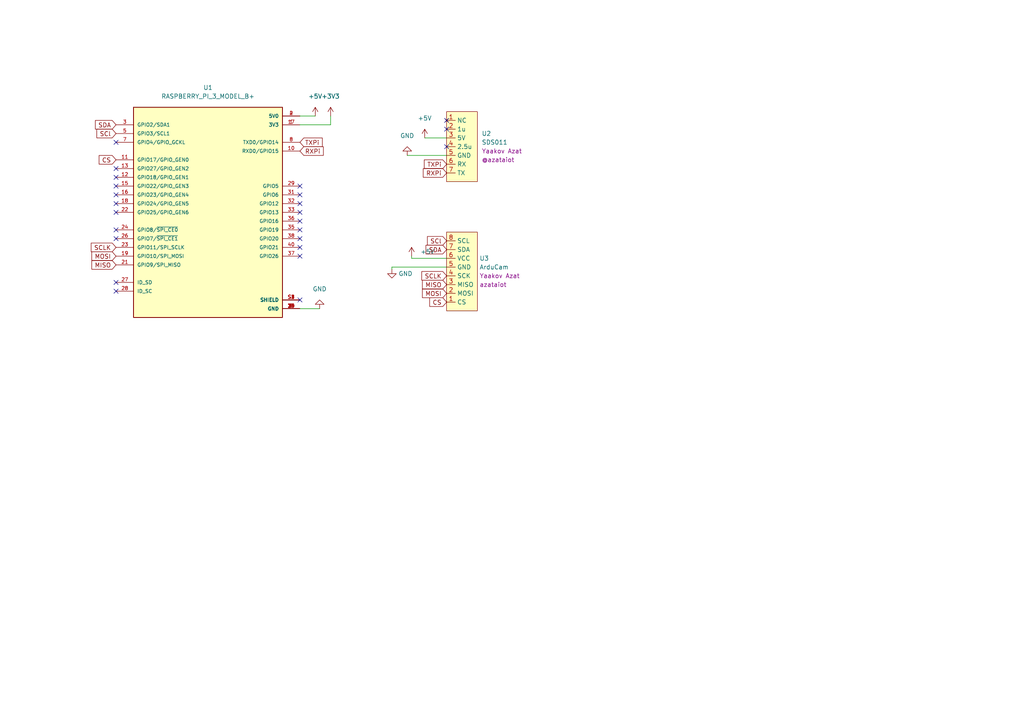
<source format=kicad_sch>
(kicad_sch (version 20211123) (generator eeschema)
  (paper "A4")
  (title_block (date "2022-03-03") (rev "v0.1"))
  (lib_symbols
    (symbol "RPi-SDS011-ArduCam:ArduCam"
      (property "Reference" "U" (at -1.27 12.7 0))
      (property "Value" "ArduCam" (at 5.08 12.7 0))
      (property "Author" "Yaakov Azat" (at 3.81 -12.7 0))
      (property "Github ID" "azataiot" (at 15.24 -12.7 0))
      (symbol "ArduCam_0_1"
        (rectangle (start 0 11.43) (end 8.89 -11.43) (fill (type background)))
      )
      (symbol "ArduCam_1_1"
        (pin bidirectional line (at 0 -8.89 0) (length 2.54) (name "CS") (number "1"))
        (pin bidirectional line (at 0 -6.35 0) (length 2.54) (name "MOSI") (number "2"))
        (pin bidirectional line (at 0 -3.81 0) (length 2.54) (name "MISO") (number "3"))
        (pin bidirectional line (at 0 -1.27 0) (length 2.54) (name "SCK") (number "4"))
        (pin power_in line (at 0 1.27 0) (length 2.54) (name "GND") (number "5"))
        (pin power_in line (at 0 3.81 0) (length 2.54) (name "VCC") (number "6"))
        (pin bidirectional line (at 0 6.35 0) (length 2.54) (name "SDA") (number "7"))
        (pin bidirectional line (at 0 8.89 0) (length 2.54) (name "SCL") (number "8"))
      )
    )
    (symbol "RPi-SDS011-ArduCam:RASPBERRY_PI_3_MODEL_B+" (pin_names (offset 1.016))
      (property "Reference" "U" (at -22.86 27.94 0))
      (property "Value" "RASPBERRY_PI_3_MODEL_B+" (at -22.86 -37.465 0))
      (symbol "RASPBERRY_PI_3_MODEL_B+_0_0"
        (rectangle (start -22.86 -35.56) (end 20.32 25.4) (stroke (width 0.254)) (fill (type background)))
        (pin power_in line (at 25.4 20.32 180) (length 5.08) (name "3V3") (number "1"))
        (pin bidirectional line (at 25.4 12.7 180) (length 5.08) (name "RXD0/GPIO15") (number "10"))
        (pin bidirectional line (at -27.94 10.16 0) (length 5.08) (name "GPIO17/GPIO_GEN0") (number "11"))
        (pin bidirectional line (at -27.94 5.08 0) (length 5.08) (name "GPIO18/GPIO_GEN1") (number "12"))
        (pin bidirectional line (at -27.94 7.62 0) (length 5.08) (name "GPIO27/GPIO_GEN2") (number "13"))
        (pin power_in line (at 25.4 -33.02 180) (length 5.08) (name "GND") (number "14"))
        (pin bidirectional line (at -27.94 2.54 0) (length 5.08) (name "GPIO22/GPIO_GEN3") (number "15"))
        (pin bidirectional line (at -27.94 0 0) (length 5.08) (name "GPIO23/GPIO_GEN4") (number "16"))
        (pin power_in line (at 25.4 20.32 180) (length 5.08) (name "3V3") (number "17"))
        (pin bidirectional line (at -27.94 -2.54 0) (length 5.08) (name "GPIO24/GPIO_GEN5") (number "18"))
        (pin bidirectional line (at -27.94 -17.78 0) (length 5.08) (name "GPIO10/SPI_MOSI") (number "19"))
        (pin power_in line (at 25.4 22.86 180) (length 5.08) (name "5V0") (number "2"))
        (pin power_in line (at 25.4 -33.02 180) (length 5.08) (name "GND") (number "20"))
        (pin bidirectional line (at -27.94 -20.32 0) (length 5.08) (name "GPIO9/SPI_MISO") (number "21"))
        (pin bidirectional line (at -27.94 -5.08 0) (length 5.08) (name "GPIO25/GPIO_GEN6") (number "22"))
        (pin bidirectional line (at -27.94 -15.24 0) (length 5.08) (name "GPIO11/SPI_SCLK") (number "23"))
        (pin bidirectional line (at -27.94 -10.16 0) (length 5.08) (name "GPIO8/~{SPI_CE0}") (number "24"))
        (pin power_in line (at 25.4 -33.02 180) (length 5.08) (name "GND") (number "25"))
        (pin bidirectional line (at -27.94 -12.7 0) (length 5.08) (name "GPIO7/~{SPI_CE1}") (number "26"))
        (pin bidirectional line (at -27.94 -25.4 0) (length 5.08) (name "ID_SD") (number "27"))
        (pin bidirectional line (at -27.94 -27.94 0) (length 5.08) (name "ID_SC") (number "28"))
        (pin bidirectional line (at 25.4 2.54 180) (length 5.08) (name "GPIO5") (number "29"))
        (pin bidirectional line (at -27.94 20.32 0) (length 5.08) (name "GPIO2/SDA1") (number "3"))
        (pin power_in line (at 25.4 -33.02 180) (length 5.08) (name "GND") (number "30"))
        (pin bidirectional line (at 25.4 0 180) (length 5.08) (name "GPIO6") (number "31"))
        (pin bidirectional line (at 25.4 -2.54 180) (length 5.08) (name "GPIO12") (number "32"))
        (pin bidirectional line (at 25.4 -5.08 180) (length 5.08) (name "GPIO13") (number "33"))
        (pin power_in line (at 25.4 -33.02 180) (length 5.08) (name "GND") (number "34"))
        (pin bidirectional line (at 25.4 -10.16 180) (length 5.08) (name "GPIO19") (number "35"))
        (pin bidirectional line (at 25.4 -7.62 180) (length 5.08) (name "GPIO16") (number "36"))
        (pin bidirectional line (at 25.4 -17.78 180) (length 5.08) (name "GPIO26") (number "37"))
        (pin bidirectional line (at 25.4 -12.7 180) (length 5.08) (name "GPIO20") (number "38"))
        (pin power_in line (at 25.4 -33.02 180) (length 5.08) (name "GND") (number "39"))
        (pin power_in line (at 25.4 22.86 180) (length 5.08) (name "5V0") (number "4"))
        (pin bidirectional line (at 25.4 -15.24 180) (length 5.08) (name "GPIO21") (number "40"))
        (pin bidirectional line (at -27.94 17.78 0) (length 5.08) (name "GPIO3/SCL1") (number "5"))
        (pin power_in line (at 25.4 -33.02 180) (length 5.08) (name "GND") (number "6"))
        (pin bidirectional line (at -27.94 15.24 0) (length 5.08) (name "GPIO4/GPIO_GCKL") (number "7"))
        (pin bidirectional line (at 25.4 15.24 180) (length 5.08) (name "TXD0/GPIO14") (number "8"))
        (pin power_in line (at 25.4 -33.02 180) (length 5.08) (name "GND") (number "9"))
        (pin power_in line (at 25.4 -30.48 180) (length 5.08) (name "SHIELD") (number "S1"))
        (pin power_in line (at 25.4 -30.48 180) (length 5.08) (name "SHIELD") (number "S2"))
        (pin power_in line (at 25.4 -30.48 180) (length 5.08) (name "SHIELD") (number "S3"))
        (pin power_in line (at 25.4 -30.48 180) (length 5.08) (name "SHIELD") (number "S4"))
      )
    )
    (symbol "RPi-SDS011-ArduCam:SDS011"
      (property "Reference" "U" (at 7.62 11.43 0))
      (property "Value" "SDS011" (at 2.54 11.43 0))
      (property "Datasheet" "https://cdn-reichelt.de/documents/datenblatt/X200/SDS011-DATASHEET.pdf" (at 3.81 -12.7 0))
      (property "Author" "Yaakov Azat" (at 15.24 -8.89 0))
      (property "Author GitHub ID" "@azataiot" (at 13.97 7.62 0))
      (symbol "SDS011_0_1"
        (rectangle (start 0 10.16) (end 8.89 -10.16) (fill (type background)))
      )
      (symbol "SDS011_1_1"
        (pin no_connect line (at 0 7.62 0) (length 2.54) (name "NC") (number "1"))
        (pin output line (at 0 5.08 0) (length 2.54) (name "1u") (number "2"))
        (pin power_in line (at 0 2.54 0) (length 2.54) (name "5V") (number "3"))
        (pin output line (at 0 0 0) (length 2.54) (name "2.5u") (number "4"))
        (pin power_in line (at 0 -2.54 0) (length 2.54) (name "GND") (number "5"))
        (pin input line (at 0 -5.08 0) (length 2.54) (name "RX") (number "6"))
        (pin output line (at 0 -7.62 0) (length 2.54) (name "TX") (number "7"))
      )
    )
    (symbol "power:+3V3" (power) (pin_names (offset 0))
      (property "Value" "+3V3" (at 0 3.556 0))
      (symbol "+3V3_0_1"
        (polyline (pts (xy -0.762 1.27) (xy 0 2.54)))
        (polyline (pts (xy 0 0) (xy 0 2.54)))
        (polyline (pts (xy 0 2.54) (xy 0.762 1.27)))
      )
      (symbol "+3V3_1_1"
        (pin power_in line (at 0 0 90) (length 0) hide (name "+3V3") (number "1"))
      )
    )
    (symbol "power:+5V" (power) (pin_names (offset 0))
      (property "Value" "+5V" (at 0 3.556 0))
      (symbol "+5V_0_1"
        (polyline (pts (xy -0.762 1.27) (xy 0 2.54)))
        (polyline (pts (xy 0 0) (xy 0 2.54)))
        (polyline (pts (xy 0 2.54) (xy 0.762 1.27)))
      )
      (symbol "+5V_1_1"
        (pin power_in line (at 0 0 90) (length 0) hide (name "+5V") (number "1"))
      )
    )
    (symbol "power:GND" (power) (pin_names (offset 0))
      (property "Value" "GND" (at 0 -3.81 0))
      (symbol "GND_0_1"
        (polyline (pts (xy 0 0) (xy 0 -1.27) (xy 1.27 -1.27) (xy 0 -2.54) (xy -1.27 -1.27) (xy 0 -1.27)))
      )
      (symbol "GND_1_1"
        (pin power_in line (at 0 0 270) (length 0) hide (name "GND") (number "1"))
      )
    )
  )
  (no_connect (at 129.54 34.925))
  (no_connect (at 129.54 37.465))
  (no_connect (at 129.54 42.545))
  (no_connect (at 86.995 86.995))
  (no_connect (at 86.995 74.295))
  (no_connect (at 86.995 71.755))
  (no_connect (at 86.995 69.215))
  (no_connect (at 86.995 66.675))
  (no_connect (at 86.995 64.135))
  (no_connect (at 86.995 61.595))
  (no_connect (at 86.995 59.055))
  (no_connect (at 86.995 56.515))
  (no_connect (at 86.995 53.975))
  (no_connect (at 33.655 41.275))
  (no_connect (at 33.655 48.895))
  (no_connect (at 33.655 51.435))
  (no_connect (at 33.655 53.975))
  (no_connect (at 33.655 56.515))
  (no_connect (at 33.655 59.055))
  (no_connect (at 33.655 61.595))
  (no_connect (at 33.655 66.675))
  (no_connect (at 33.655 69.215))
  (no_connect (at 33.655 81.915))
  (no_connect (at 33.655 84.455))
  (wire (pts (xy 129.54 74.93) (xy 119.38 74.93)))
  (wire (pts (xy 129.54 77.47) (xy 113.665 77.47)))
  (wire (pts (xy 119.38 74.93) (xy 119.38 74.295)))
  (wire (pts (xy 86.995 89.535) (xy 92.71 89.535)))
  (wire (pts (xy 95.885 36.195) (xy 95.885 33.655)))
  (wire (pts (xy 113.665 77.47) (xy 113.665 78.105)))
  (wire (pts (xy 118.11 45.085) (xy 129.54 45.085)))
  (wire (pts (xy 86.995 33.655) (xy 91.44 33.655)))
  (wire (pts (xy 86.995 36.195) (xy 95.885 36.195)))
  (wire (pts (xy 123.19 40.005) (xy 129.54 40.005)))
  (global_label "SCl" (shape input) (at 33.655 38.735 180) (property "Intersheet References" "${INTERSHEET_REFS}" (effects hide)))
  (global_label "SCl" (shape input) (at 129.54 69.85 180) (property "Intersheet References" "${INTERSHEET_REFS}" (effects hide)))
  (global_label "SDA" (shape input) (at 33.655 36.195 180) (property "Intersheet References" "${INTERSHEET_REFS}" (effects hide)))
  (global_label "MOSI" (shape input) (at 33.655 74.295 180) (property "Intersheet References" "${INTERSHEET_REFS}" (effects hide)))
  (global_label "SDA" (shape input) (at 129.54 72.39 180) (property "Intersheet References" "${INTERSHEET_REFS}" (effects hide)))
  (global_label "TXPi" (shape input) (at 129.54 47.625 180) (property "Intersheet References" "${INTERSHEET_REFS}" (effects hide)))
  (global_label "MOSI" (shape input) (at 129.54 85.09 180) (property "Intersheet References" "${INTERSHEET_REFS}" (effects hide)))
  (global_label "RXPi" (shape input) (at 86.995 43.815 0) (property "Intersheet References" "${INTERSHEET_REFS}" (effects hide)))
  (global_label "SCLK" (shape input) (at 33.655 71.755 180) (property "Intersheet References" "${INTERSHEET_REFS}" (effects hide)))
  (global_label "MISO" (shape input) (at 33.655 76.835 180) (property "Intersheet References" "${INTERSHEET_REFS}" (effects hide)))
  (global_label "TXPi" (shape input) (at 86.995 41.275 0) (property "Intersheet References" "${INTERSHEET_REFS}" (effects hide)))
  (global_label "CS" (shape input) (at 33.655 46.355 180) (property "Intersheet References" "${INTERSHEET_REFS}" (effects hide)))
  (global_label "MISO" (shape input) (at 129.54 82.55 180) (property "Intersheet References" "${INTERSHEET_REFS}" (effects hide)))
  (global_label "CS" (shape input) (at 129.54 87.63 180) (property "Intersheet References" "${INTERSHEET_REFS}" (effects hide)))
  (global_label "RXPi" (shape input) (at 129.54 50.165 180) (property "Intersheet References" "${INTERSHEET_REFS}" (effects hide)))
  (global_label "SCLK" (shape input) (at 129.54 80.01 180) (property "Intersheet References" "${INTERSHEET_REFS}" (effects hide)))
  (symbol (lib_id "power:GND") (at 92.71 89.535 180) (unit 1)
    (property "Reference" "#PWR02" (effects hide))
    (property "Value" "GND" (at 92.71 83.82 0))
  )
  (symbol (lib_id "RPi-SDS011-ArduCam:SDS011") (at 129.54 42.545 0) (unit 1)
    (property "Reference" "U2" (at 139.7 38.7349 0) (effects (justify left)))
    (property "Value" "SDS011" (at 139.7 41.2749 0) (effects (justify left)))
    (property "Footprint" "RPi-SDS011-KiCad:sds011" (effects hide))
    (property "Datasheet" "https://cdn-reichelt.de/documents/datenblatt/X200/SDS011-DATASHEET.pdf" (effects hide))
    (property "Author" "Yaakov Azat" (at 139.7 43.8149 0) (effects (justify left)))
    (property "Author GitHub ID" "@azataiot" (at 139.7 46.3549 0) (effects (justify left)))
  )
  (symbol (lib_id "power:+3V3") (at 95.885 33.655 0) (unit 1)
    (property "Reference" "#PWR03" (effects hide))
    (property "Value" "+3V3" (at 95.885 27.94 0))
  )
  (symbol (lib_id "power:+5V") (at 119.38 74.295 0) (unit 1)
    (property "Reference" "#PWR06" (effects hide))
    (property "Value" "+5V" (at 121.92 73.0249 0) (effects (justify left)))
  )
  (symbol (lib_id "power:+5V") (at 91.44 33.655 0) (unit 1)
    (property "Reference" "#PWR01" (effects hide))
    (property "Value" "+5V" (at 91.44 27.94 0))
  )
  (symbol (lib_id "RPi-SDS011-ArduCam:RASPBERRY_PI_3_MODEL_B+") (at 61.595 56.515 0) (unit 1)
    (property "Reference" "U1" (at 60.325 25.4 0))
    (property "Value" "RASPBERRY_PI_3_MODEL_B+" (at 60.325 27.94 0))
    (property "Footprint" "RPi-SDS011-KiCad:MODULE_RASPBERRY_PI_3_MODEL_B+" (effects hide))
    (property "MAXIMUM_PACKAGE_HIEGHT" "18mm" (effects hide))
    (property "STANDARD" "Manufacturer Recommendations" (effects hide))
    (property "PARTREV" "1.0" (effects hide))
    (property "MANUFACTURER" "Raspberry Pi" (effects hide))
  )
  (symbol (lib_id "power:GND") (at 113.665 78.105 0) (unit 1)
    (property "Reference" "#PWR04" (effects hide))
    (property "Value" "GND" (at 115.57 79.3749 0) (effects (justify left)))
  )
  (symbol (lib_id "RPi-SDS011-ArduCam:ArduCam") (at 129.54 78.74 0) (unit 1)
    (property "Reference" "U3" (at 139.065 74.9299 0) (effects (justify left)))
    (property "Value" "ArduCam" (at 139.065 77.4699 0) (effects (justify left)))
    (property "Footprint" "RPi-SDS011-KiCad:ArduCam" (effects hide))
    (property "Author" "Yaakov Azat" (at 139.065 80.0099 0) (effects (justify left)))
    (property "Github ID" "azataiot" (at 139.065 82.5499 0) (effects (justify left)))
  )
  (symbol (lib_id "power:GND") (at 118.11 45.085 180) (unit 1)
    (property "Reference" "#PWR05" (effects hide))
    (property "Value" "GND" (at 118.11 39.37 0))
  )
  (symbol (lib_id "power:+5V") (at 123.19 40.005 0) (unit 1)
    (property "Reference" "#PWR07" (effects hide))
    (property "Value" "+5V" (at 123.19 34.29 0))
  )
)
</source>
